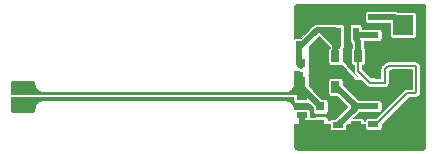
<source format=gbr>
G04 #@! TF.GenerationSoftware,KiCad,Pcbnew,(5.0.1)-3*
G04 #@! TF.CreationDate,2019-06-04T09:49:05+08:00*
G04 #@! TF.ProjectId,test-jig-light-sensor,746573742D6A69672D6C696768742D73,rev?*
G04 #@! TF.SameCoordinates,Original*
G04 #@! TF.FileFunction,Copper,L1,Top,Signal*
G04 #@! TF.FilePolarity,Positive*
%FSLAX46Y46*%
G04 Gerber Fmt 4.6, Leading zero omitted, Abs format (unit mm)*
G04 Created by KiCad (PCBNEW (5.0.1)-3) date 06/04/19 09:49:05*
%MOMM*%
%LPD*%
G01*
G04 APERTURE LIST*
G04 #@! TA.AperFunction,ComponentPad*
%ADD10R,1.700000X1.700000*%
G04 #@! TD*
G04 #@! TA.AperFunction,SMDPad,CuDef*
%ADD11R,0.700000X1.000000*%
G04 #@! TD*
G04 #@! TA.AperFunction,SMDPad,CuDef*
%ADD12R,0.750000X0.800000*%
G04 #@! TD*
G04 #@! TA.AperFunction,SMDPad,CuDef*
%ADD13R,0.900000X0.500000*%
G04 #@! TD*
G04 #@! TA.AperFunction,SMDPad,CuDef*
%ADD14R,0.500000X0.900000*%
G04 #@! TD*
G04 #@! TA.AperFunction,SMDPad,CuDef*
%ADD15R,0.800000X0.800000*%
G04 #@! TD*
G04 #@! TA.AperFunction,ViaPad*
%ADD16C,0.350000*%
G04 #@! TD*
G04 #@! TA.AperFunction,Conductor*
%ADD17C,0.300000*%
G04 #@! TD*
G04 #@! TA.AperFunction,Conductor*
%ADD18C,0.500000*%
G04 #@! TD*
G04 #@! TA.AperFunction,Conductor*
%ADD19C,0.250000*%
G04 #@! TD*
G04 #@! TA.AperFunction,Conductor*
%ADD20C,0.200000*%
G04 #@! TD*
G04 #@! TA.AperFunction,Conductor*
%ADD21C,0.100000*%
G04 #@! TD*
G04 APERTURE END LIST*
D10*
G04 #@! TO.P,J1,1*
G04 #@! TO.N,Net-(J1-Pad1)*
X138000000Y-96600000D03*
G04 #@! TD*
G04 #@! TO.P,J3,1*
G04 #@! TO.N,GND*
X138000000Y-105600000D03*
G04 #@! TD*
G04 #@! TO.P,J2,1*
G04 #@! TO.N,+3V3*
X137950000Y-101200000D03*
G04 #@! TD*
D11*
G04 #@! TO.P,U1,1*
G04 #@! TO.N,/LIGHT_AMP*
X134200000Y-99250000D03*
G04 #@! TO.P,U1,2*
G04 #@! TO.N,GND*
X133250000Y-99250000D03*
G04 #@! TO.P,U1,3*
G04 #@! TO.N,Net-(C2-Pad1)*
X132300000Y-99250000D03*
G04 #@! TO.P,U1,4*
G04 #@! TO.N,Net-(R4-Pad1)*
X132300000Y-101850000D03*
G04 #@! TO.P,U1,5*
G04 #@! TO.N,+3V3*
X134200000Y-101850000D03*
G04 #@! TD*
D12*
G04 #@! TO.P,C3,1*
G04 #@! TO.N,GND*
X135750000Y-100750000D03*
G04 #@! TO.P,C3,2*
G04 #@! TO.N,+3V3*
X135750000Y-102250000D03*
G04 #@! TD*
G04 #@! TO.P,C2,2*
G04 #@! TO.N,/LIGHT_RAW*
X129400000Y-101350000D03*
G04 #@! TO.P,C2,1*
G04 #@! TO.N,Net-(C2-Pad1)*
X129400000Y-99850000D03*
G04 #@! TD*
G04 #@! TO.P,C1,1*
G04 #@! TO.N,/LIGHT_RAW*
X131000000Y-103500000D03*
G04 #@! TO.P,C1,2*
G04 #@! TO.N,GND*
X131000000Y-105000000D03*
G04 #@! TD*
D13*
G04 #@! TO.P,R8,1*
G04 #@! TO.N,/LIGHT_AMP*
X135500000Y-97450000D03*
G04 #@! TO.P,R8,2*
G04 #@! TO.N,Net-(J1-Pad1)*
X135500000Y-95950000D03*
G04 #@! TD*
G04 #@! TO.P,R7,2*
G04 #@! TO.N,/LIGHT_AMP*
X135500000Y-105000000D03*
G04 #@! TO.P,R7,1*
G04 #@! TO.N,Net-(R4-Pad1)*
X135500000Y-103500000D03*
G04 #@! TD*
D14*
G04 #@! TO.P,R6,1*
G04 #@! TO.N,Net-(C2-Pad1)*
X132500000Y-97250000D03*
G04 #@! TO.P,R6,2*
G04 #@! TO.N,/LIGHT_AMP*
X134000000Y-97250000D03*
G04 #@! TD*
D13*
G04 #@! TO.P,R5,2*
G04 #@! TO.N,Net-(R4-Pad1)*
X134000000Y-103500000D03*
G04 #@! TO.P,R5,1*
G04 #@! TO.N,GND*
X134000000Y-105000000D03*
G04 #@! TD*
G04 #@! TO.P,R4,1*
G04 #@! TO.N,Net-(R4-Pad1)*
X132500000Y-105100000D03*
G04 #@! TO.P,R4,2*
G04 #@! TO.N,+3V3*
X132500000Y-103600000D03*
G04 #@! TD*
G04 #@! TO.P,R3,2*
G04 #@! TO.N,Net-(C2-Pad1)*
X131100000Y-97050000D03*
G04 #@! TO.P,R3,1*
G04 #@! TO.N,GND*
X131100000Y-95550000D03*
G04 #@! TD*
D14*
G04 #@! TO.P,R2,1*
G04 #@! TO.N,Net-(C2-Pad1)*
X129250000Y-98400000D03*
G04 #@! TO.P,R2,2*
G04 #@! TO.N,+3V3*
X130750000Y-98400000D03*
G04 #@! TD*
D13*
G04 #@! TO.P,R1,2*
G04 #@! TO.N,/LIGHT_RAW*
X129450000Y-102700000D03*
G04 #@! TO.P,R1,1*
G04 #@! TO.N,GND*
X129450000Y-104200000D03*
G04 #@! TD*
D15*
G04 #@! TO.P,Q1,1*
G04 #@! TO.N,+3V3*
X105400000Y-103400000D03*
G04 #@! TO.P,Q1,2*
G04 #@! TO.N,/LIGHT_RAW*
X105400000Y-101900000D03*
G04 #@! TD*
D16*
G04 #@! TO.N,GND*
X130000000Y-96000000D03*
X135500000Y-98500000D03*
X137000000Y-99500000D03*
X135500000Y-99500000D03*
X130000000Y-106500000D03*
X132000000Y-106500000D03*
X134500000Y-106500000D03*
X138500000Y-99500000D03*
X137000000Y-98500000D03*
X138500000Y-98500000D03*
X139250000Y-103750000D03*
X138250000Y-103750000D03*
X136000000Y-106250000D03*
G04 #@! TO.N,+3V3*
X130600000Y-99600000D03*
X131200000Y-100200000D03*
X130600000Y-100600000D03*
X131000000Y-101400000D03*
X133500000Y-101000000D03*
X136500000Y-103000000D03*
X134750000Y-104250000D03*
X131250000Y-102250000D03*
X106400000Y-103600000D03*
X106400000Y-103000000D03*
G04 #@! TD*
D17*
G04 #@! TO.N,GND*
X132500000Y-95550000D02*
X133250000Y-96300000D01*
X131100000Y-95550000D02*
X132500000Y-95550000D01*
D18*
X133250000Y-99250000D02*
X133250000Y-96489998D01*
X133250000Y-98250000D02*
X133250000Y-99250000D01*
X133250000Y-96489998D02*
X133250000Y-98250000D01*
X132310002Y-95550000D02*
X133250000Y-96489998D01*
X131100000Y-95550000D02*
X132310002Y-95550000D01*
D17*
X134000000Y-105550000D02*
X133849999Y-105700001D01*
X133849999Y-105700001D02*
X131675000Y-105700000D01*
X134000000Y-105000000D02*
X134000000Y-105550000D01*
X131000000Y-105025000D02*
X131000000Y-105000000D01*
X130800000Y-104800000D02*
X131000000Y-105000000D01*
X129450000Y-104800000D02*
X130800000Y-104800000D01*
X131675000Y-105700000D02*
X131000000Y-105025000D01*
D18*
X130125000Y-105000000D02*
X131000000Y-105000000D01*
X129500000Y-105000000D02*
X130125000Y-105000000D01*
X129450000Y-104950000D02*
X129500000Y-105000000D01*
X129450000Y-104200000D02*
X129450000Y-104950000D01*
G04 #@! TO.N,Net-(C2-Pad1)*
X129250000Y-99950000D02*
X129400000Y-100100000D01*
X129250000Y-98500000D02*
X129250000Y-99950000D01*
X130700000Y-97050000D02*
X131100000Y-97050000D01*
X129250000Y-98500000D02*
X130700000Y-97050000D01*
X132300000Y-97050000D02*
X132500000Y-97250000D01*
X132300000Y-98250000D02*
X131100000Y-97050000D01*
X132300000Y-99250000D02*
X132300000Y-98250000D01*
X132500000Y-98400000D02*
X132300000Y-98600000D01*
X132300000Y-98600000D02*
X132300000Y-99250000D01*
X132500000Y-97750000D02*
X131800000Y-97050000D01*
X132500000Y-97800000D02*
X132500000Y-97750000D01*
X131800000Y-97050000D02*
X132300000Y-97050000D01*
X131100000Y-97050000D02*
X131800000Y-97050000D01*
X132500000Y-97800000D02*
X132500000Y-98400000D01*
X132500000Y-97250000D02*
X132500000Y-97800000D01*
G04 #@! TO.N,Net-(R4-Pad1)*
X135500000Y-103500000D02*
X134000000Y-103500000D01*
X132350000Y-101850000D02*
X134000000Y-103500000D01*
X132300000Y-101850000D02*
X132350000Y-101850000D01*
X134000000Y-103600000D02*
X132500000Y-105100000D01*
X134000000Y-103500000D02*
X134000000Y-103600000D01*
G04 #@! TO.N,+3V3*
X134875000Y-102250000D02*
X134500000Y-101875000D01*
X135750000Y-102250000D02*
X134875000Y-102250000D01*
X134225000Y-101875000D02*
X134200000Y-101850000D01*
X134500000Y-101875000D02*
X134225000Y-101875000D01*
X133860037Y-101850000D02*
X134200000Y-101850000D01*
X132199999Y-100899999D02*
X132910036Y-100899999D01*
X130750000Y-98500000D02*
X131200000Y-99900000D01*
X130750000Y-99450000D02*
X131200000Y-99900000D01*
X131200000Y-99900000D02*
X132199999Y-100899999D01*
D19*
X131724990Y-104149991D02*
X131800000Y-104225001D01*
X131724990Y-102864988D02*
X131724990Y-104149991D01*
X131200000Y-102339998D02*
X131724990Y-102864988D01*
X131200000Y-99900000D02*
X131200000Y-101800000D01*
D18*
X132910036Y-100899999D02*
X133860037Y-101850000D01*
X131200000Y-99900000D02*
X130750000Y-99450000D01*
D19*
X131200000Y-101800000D02*
X131200000Y-102339998D01*
D20*
G04 #@! TO.N,/LIGHT_RAW*
X107202434Y-102402434D02*
X106700000Y-101900000D01*
X128622566Y-102402434D02*
X107202434Y-102402434D01*
X129400000Y-101625000D02*
X128622566Y-102402434D01*
X129400000Y-101600000D02*
X129400000Y-101625000D01*
D18*
X106700000Y-101900000D02*
X105400000Y-101900000D01*
X129400000Y-101900000D02*
X131000000Y-103500000D01*
X129400000Y-101350000D02*
X129400000Y-101900000D01*
X129450000Y-101400000D02*
X129400000Y-101350000D01*
X129450000Y-102700000D02*
X129450000Y-101400000D01*
G04 #@! TO.N,Net-(J1-Pad1)*
X137350000Y-95950000D02*
X138000000Y-96600000D01*
X135500000Y-95950000D02*
X137350000Y-95950000D01*
G04 #@! TO.N,/LIGHT_AMP*
X134200000Y-98000000D02*
X134200000Y-98500000D01*
X134000000Y-97800000D02*
X134200000Y-98000000D01*
X134000000Y-97250000D02*
X134000000Y-97800000D01*
X134200000Y-98500000D02*
X134200000Y-99250000D01*
X134200000Y-97450000D02*
X134000000Y-97250000D01*
X135500000Y-97450000D02*
X134200000Y-97450000D01*
D20*
X134200000Y-99950000D02*
X134200000Y-99250000D01*
X139040001Y-100049999D02*
X139100001Y-100109999D01*
X134200000Y-99250000D02*
X134200000Y-100515002D01*
X134200000Y-100515002D02*
X135234997Y-101549999D01*
X135234997Y-101549999D02*
X136450001Y-101549999D01*
X136450001Y-101549999D02*
X136450001Y-100349999D01*
X136450001Y-100349999D02*
X136750001Y-100049999D01*
X136750001Y-100049999D02*
X139040001Y-100049999D01*
X139100001Y-102290001D02*
X139100001Y-100109999D01*
X139040001Y-102350001D02*
X139100001Y-102290001D01*
X138349999Y-102350001D02*
X139040001Y-102350001D01*
X135700000Y-105000000D02*
X138349999Y-102350001D01*
X135500000Y-105000000D02*
X135700000Y-105000000D01*
G04 #@! TD*
D21*
G04 #@! TO.N,+3V3*
G36*
X131800001Y-98457108D02*
X131800001Y-98549555D01*
X131769761Y-98569761D01*
X131714506Y-98652455D01*
X131695103Y-98750000D01*
X131695103Y-99750000D01*
X131714506Y-99847545D01*
X131769761Y-99930239D01*
X131852455Y-99985494D01*
X131950000Y-100004897D01*
X132650000Y-100004897D01*
X132747545Y-99985494D01*
X132775000Y-99967149D01*
X132802455Y-99985494D01*
X132834042Y-99991777D01*
X133963003Y-101233634D01*
X133978690Y-101245232D01*
X133995848Y-101249827D01*
X134480215Y-101290191D01*
X134963139Y-101773116D01*
X134982662Y-101802334D01*
X135011880Y-101821857D01*
X135011882Y-101821859D01*
X135086780Y-101871904D01*
X135098434Y-101879691D01*
X135200529Y-101899999D01*
X135200533Y-101899999D01*
X135234997Y-101906854D01*
X135269461Y-101899999D01*
X136415533Y-101899999D01*
X136450001Y-101906855D01*
X136484468Y-101899999D01*
X136484469Y-101899999D01*
X136586564Y-101879691D01*
X136702336Y-101802334D01*
X136779693Y-101686562D01*
X136806857Y-101549999D01*
X136800001Y-101515531D01*
X136800001Y-100494972D01*
X136894975Y-100399999D01*
X138750002Y-100399999D01*
X138750001Y-102000001D01*
X138384463Y-102000001D01*
X138349999Y-101993146D01*
X138315535Y-102000001D01*
X138315531Y-102000001D01*
X138213436Y-102020309D01*
X138126884Y-102078141D01*
X138126882Y-102078143D01*
X138097664Y-102097666D01*
X138078141Y-102126884D01*
X135709924Y-104495103D01*
X135050000Y-104495103D01*
X134952455Y-104514506D01*
X134869761Y-104569761D01*
X134814506Y-104652455D01*
X134798249Y-104734182D01*
X134701497Y-104732909D01*
X134685494Y-104652455D01*
X134630239Y-104569761D01*
X134547545Y-104514506D01*
X134450000Y-104495103D01*
X133812004Y-104495103D01*
X134302210Y-104004897D01*
X134450000Y-104004897D01*
X134474619Y-104000000D01*
X135025381Y-104000000D01*
X135050000Y-104004897D01*
X135950000Y-104004897D01*
X136047545Y-103985494D01*
X136130239Y-103930239D01*
X136185494Y-103847545D01*
X136204897Y-103750000D01*
X136204897Y-103250000D01*
X136185494Y-103152455D01*
X136130239Y-103069761D01*
X136047545Y-103014506D01*
X135950000Y-102995103D01*
X135050000Y-102995103D01*
X135025381Y-103000000D01*
X134474619Y-103000000D01*
X134450000Y-102995103D01*
X134202210Y-102995103D01*
X132904897Y-101697791D01*
X132904897Y-101350000D01*
X132885494Y-101252455D01*
X132830239Y-101169761D01*
X132747545Y-101114506D01*
X132650000Y-101095103D01*
X131950000Y-101095103D01*
X131852455Y-101114506D01*
X131769761Y-101169761D01*
X131714506Y-101252455D01*
X131695103Y-101350000D01*
X131695103Y-102350000D01*
X131714506Y-102447545D01*
X131769761Y-102530239D01*
X131852455Y-102585494D01*
X131950000Y-102604897D01*
X132397791Y-102604897D01*
X133295103Y-103502210D01*
X133295103Y-103597790D01*
X132297791Y-104595103D01*
X132050000Y-104595103D01*
X131952455Y-104614506D01*
X131869761Y-104669761D01*
X131852613Y-104695424D01*
X131629897Y-104692494D01*
X131629897Y-104600000D01*
X131610494Y-104502455D01*
X131555239Y-104419761D01*
X131472545Y-104364506D01*
X131375000Y-104345103D01*
X130625000Y-104345103D01*
X130527455Y-104364506D01*
X130474335Y-104400000D01*
X130154897Y-104400000D01*
X130154897Y-103950000D01*
X130135494Y-103852455D01*
X130080239Y-103769761D01*
X129997545Y-103714506D01*
X129900000Y-103695103D01*
X129474624Y-103695103D01*
X129450000Y-103690205D01*
X129425376Y-103695103D01*
X129000000Y-103695103D01*
X128902455Y-103714506D01*
X128824696Y-103766463D01*
X128806143Y-103673191D01*
X128780695Y-103545254D01*
X128780695Y-103545252D01*
X128732167Y-103428096D01*
X128623780Y-103265885D01*
X128562791Y-103204897D01*
X128534114Y-103176220D01*
X128371904Y-103067833D01*
X128254748Y-103019305D01*
X128254746Y-103019305D01*
X128105119Y-102989542D01*
X128032009Y-102975000D01*
X107567991Y-102975000D01*
X107491551Y-102990205D01*
X107345254Y-103019305D01*
X107345252Y-103019305D01*
X107228096Y-103067833D01*
X107065885Y-103176220D01*
X107006108Y-103235998D01*
X106976220Y-103265886D01*
X106867833Y-103428096D01*
X106819305Y-103545252D01*
X106819305Y-103545254D01*
X106781245Y-103736595D01*
X106781245Y-103736596D01*
X106755797Y-103864532D01*
X106719241Y-103919241D01*
X106664531Y-103955798D01*
X106567992Y-103975000D01*
X105032008Y-103975000D01*
X104935468Y-103955797D01*
X104880759Y-103919241D01*
X104844202Y-103864531D01*
X104825000Y-103767991D01*
X104825000Y-102750000D01*
X107155729Y-102750000D01*
X107167966Y-102752434D01*
X107167970Y-102752434D01*
X107202434Y-102759289D01*
X107236898Y-102752434D01*
X128588102Y-102752434D01*
X128622566Y-102759289D01*
X128657030Y-102752434D01*
X128657034Y-102752434D01*
X128669271Y-102750000D01*
X128745103Y-102750000D01*
X128745103Y-102950000D01*
X128764506Y-103047545D01*
X128819761Y-103130239D01*
X128902455Y-103185494D01*
X129000000Y-103204897D01*
X129425376Y-103204897D01*
X129450000Y-103209795D01*
X129474624Y-103204897D01*
X129900000Y-103204897D01*
X129981566Y-103188672D01*
X130370103Y-103577210D01*
X130370103Y-103900000D01*
X130389506Y-103997545D01*
X130444761Y-104080239D01*
X130527455Y-104135494D01*
X130625000Y-104154897D01*
X131375000Y-104154897D01*
X131472545Y-104135494D01*
X131555239Y-104080239D01*
X131610494Y-103997545D01*
X131629897Y-103900000D01*
X131629897Y-103100000D01*
X131610494Y-103002455D01*
X131555239Y-102919761D01*
X131472545Y-102864506D01*
X131375000Y-102845103D01*
X131052210Y-102845103D01*
X130017820Y-101810714D01*
X130029897Y-101750000D01*
X130029897Y-100950000D01*
X130010494Y-100852455D01*
X130007808Y-100848435D01*
X130018777Y-100846340D01*
X130035081Y-100835627D01*
X130046045Y-100819490D01*
X130050000Y-100800000D01*
X130050000Y-98407106D01*
X130900000Y-97557107D01*
X131800001Y-98457108D01*
X131800001Y-98457108D01*
G37*
X131800001Y-98457108D02*
X131800001Y-98549555D01*
X131769761Y-98569761D01*
X131714506Y-98652455D01*
X131695103Y-98750000D01*
X131695103Y-99750000D01*
X131714506Y-99847545D01*
X131769761Y-99930239D01*
X131852455Y-99985494D01*
X131950000Y-100004897D01*
X132650000Y-100004897D01*
X132747545Y-99985494D01*
X132775000Y-99967149D01*
X132802455Y-99985494D01*
X132834042Y-99991777D01*
X133963003Y-101233634D01*
X133978690Y-101245232D01*
X133995848Y-101249827D01*
X134480215Y-101290191D01*
X134963139Y-101773116D01*
X134982662Y-101802334D01*
X135011880Y-101821857D01*
X135011882Y-101821859D01*
X135086780Y-101871904D01*
X135098434Y-101879691D01*
X135200529Y-101899999D01*
X135200533Y-101899999D01*
X135234997Y-101906854D01*
X135269461Y-101899999D01*
X136415533Y-101899999D01*
X136450001Y-101906855D01*
X136484468Y-101899999D01*
X136484469Y-101899999D01*
X136586564Y-101879691D01*
X136702336Y-101802334D01*
X136779693Y-101686562D01*
X136806857Y-101549999D01*
X136800001Y-101515531D01*
X136800001Y-100494972D01*
X136894975Y-100399999D01*
X138750002Y-100399999D01*
X138750001Y-102000001D01*
X138384463Y-102000001D01*
X138349999Y-101993146D01*
X138315535Y-102000001D01*
X138315531Y-102000001D01*
X138213436Y-102020309D01*
X138126884Y-102078141D01*
X138126882Y-102078143D01*
X138097664Y-102097666D01*
X138078141Y-102126884D01*
X135709924Y-104495103D01*
X135050000Y-104495103D01*
X134952455Y-104514506D01*
X134869761Y-104569761D01*
X134814506Y-104652455D01*
X134798249Y-104734182D01*
X134701497Y-104732909D01*
X134685494Y-104652455D01*
X134630239Y-104569761D01*
X134547545Y-104514506D01*
X134450000Y-104495103D01*
X133812004Y-104495103D01*
X134302210Y-104004897D01*
X134450000Y-104004897D01*
X134474619Y-104000000D01*
X135025381Y-104000000D01*
X135050000Y-104004897D01*
X135950000Y-104004897D01*
X136047545Y-103985494D01*
X136130239Y-103930239D01*
X136185494Y-103847545D01*
X136204897Y-103750000D01*
X136204897Y-103250000D01*
X136185494Y-103152455D01*
X136130239Y-103069761D01*
X136047545Y-103014506D01*
X135950000Y-102995103D01*
X135050000Y-102995103D01*
X135025381Y-103000000D01*
X134474619Y-103000000D01*
X134450000Y-102995103D01*
X134202210Y-102995103D01*
X132904897Y-101697791D01*
X132904897Y-101350000D01*
X132885494Y-101252455D01*
X132830239Y-101169761D01*
X132747545Y-101114506D01*
X132650000Y-101095103D01*
X131950000Y-101095103D01*
X131852455Y-101114506D01*
X131769761Y-101169761D01*
X131714506Y-101252455D01*
X131695103Y-101350000D01*
X131695103Y-102350000D01*
X131714506Y-102447545D01*
X131769761Y-102530239D01*
X131852455Y-102585494D01*
X131950000Y-102604897D01*
X132397791Y-102604897D01*
X133295103Y-103502210D01*
X133295103Y-103597790D01*
X132297791Y-104595103D01*
X132050000Y-104595103D01*
X131952455Y-104614506D01*
X131869761Y-104669761D01*
X131852613Y-104695424D01*
X131629897Y-104692494D01*
X131629897Y-104600000D01*
X131610494Y-104502455D01*
X131555239Y-104419761D01*
X131472545Y-104364506D01*
X131375000Y-104345103D01*
X130625000Y-104345103D01*
X130527455Y-104364506D01*
X130474335Y-104400000D01*
X130154897Y-104400000D01*
X130154897Y-103950000D01*
X130135494Y-103852455D01*
X130080239Y-103769761D01*
X129997545Y-103714506D01*
X129900000Y-103695103D01*
X129474624Y-103695103D01*
X129450000Y-103690205D01*
X129425376Y-103695103D01*
X129000000Y-103695103D01*
X128902455Y-103714506D01*
X128824696Y-103766463D01*
X128806143Y-103673191D01*
X128780695Y-103545254D01*
X128780695Y-103545252D01*
X128732167Y-103428096D01*
X128623780Y-103265885D01*
X128562791Y-103204897D01*
X128534114Y-103176220D01*
X128371904Y-103067833D01*
X128254748Y-103019305D01*
X128254746Y-103019305D01*
X128105119Y-102989542D01*
X128032009Y-102975000D01*
X107567991Y-102975000D01*
X107491551Y-102990205D01*
X107345254Y-103019305D01*
X107345252Y-103019305D01*
X107228096Y-103067833D01*
X107065885Y-103176220D01*
X107006108Y-103235998D01*
X106976220Y-103265886D01*
X106867833Y-103428096D01*
X106819305Y-103545252D01*
X106819305Y-103545254D01*
X106781245Y-103736595D01*
X106781245Y-103736596D01*
X106755797Y-103864532D01*
X106719241Y-103919241D01*
X106664531Y-103955798D01*
X106567992Y-103975000D01*
X105032008Y-103975000D01*
X104935468Y-103955797D01*
X104880759Y-103919241D01*
X104844202Y-103864531D01*
X104825000Y-103767991D01*
X104825000Y-102750000D01*
X107155729Y-102750000D01*
X107167966Y-102752434D01*
X107167970Y-102752434D01*
X107202434Y-102759289D01*
X107236898Y-102752434D01*
X128588102Y-102752434D01*
X128622566Y-102759289D01*
X128657030Y-102752434D01*
X128657034Y-102752434D01*
X128669271Y-102750000D01*
X128745103Y-102750000D01*
X128745103Y-102950000D01*
X128764506Y-103047545D01*
X128819761Y-103130239D01*
X128902455Y-103185494D01*
X129000000Y-103204897D01*
X129425376Y-103204897D01*
X129450000Y-103209795D01*
X129474624Y-103204897D01*
X129900000Y-103204897D01*
X129981566Y-103188672D01*
X130370103Y-103577210D01*
X130370103Y-103900000D01*
X130389506Y-103997545D01*
X130444761Y-104080239D01*
X130527455Y-104135494D01*
X130625000Y-104154897D01*
X131375000Y-104154897D01*
X131472545Y-104135494D01*
X131555239Y-104080239D01*
X131610494Y-103997545D01*
X131629897Y-103900000D01*
X131629897Y-103100000D01*
X131610494Y-103002455D01*
X131555239Y-102919761D01*
X131472545Y-102864506D01*
X131375000Y-102845103D01*
X131052210Y-102845103D01*
X130017820Y-101810714D01*
X130029897Y-101750000D01*
X130029897Y-100950000D01*
X130010494Y-100852455D01*
X130007808Y-100848435D01*
X130018777Y-100846340D01*
X130035081Y-100835627D01*
X130046045Y-100819490D01*
X130050000Y-100800000D01*
X130050000Y-98407106D01*
X130900000Y-97557107D01*
X131800001Y-98457108D01*
G04 #@! TO.N,GND*
G36*
X139764531Y-94844202D02*
X139819241Y-94880759D01*
X139855797Y-94935468D01*
X139875001Y-95032013D01*
X139875000Y-106967992D01*
X139855797Y-107064532D01*
X139819241Y-107119241D01*
X139764531Y-107155798D01*
X139667992Y-107175000D01*
X129032008Y-107175000D01*
X128935468Y-107155797D01*
X128880759Y-107119241D01*
X128844202Y-107064531D01*
X128825000Y-106967992D01*
X128825000Y-104955613D01*
X131795103Y-104994694D01*
X131795103Y-105350000D01*
X131814506Y-105447545D01*
X131869761Y-105530239D01*
X131952455Y-105585494D01*
X132050000Y-105604897D01*
X132475377Y-105604897D01*
X132500000Y-105609795D01*
X132524623Y-105604897D01*
X132950000Y-105604897D01*
X133047545Y-105585494D01*
X133130239Y-105530239D01*
X133185494Y-105447545D01*
X133204897Y-105350000D01*
X133204897Y-105102209D01*
X133292707Y-105014399D01*
X134795103Y-105034167D01*
X134795103Y-105250000D01*
X134814506Y-105347545D01*
X134869761Y-105430239D01*
X134952455Y-105485494D01*
X135050000Y-105504897D01*
X135950000Y-105504897D01*
X136047545Y-105485494D01*
X136130239Y-105430239D01*
X136185494Y-105347545D01*
X136204897Y-105250000D01*
X136204897Y-104990076D01*
X138494974Y-102700001D01*
X139005537Y-102700001D01*
X139040001Y-102706856D01*
X139074465Y-102700001D01*
X139074469Y-102700001D01*
X139176564Y-102679693D01*
X139233279Y-102641797D01*
X139316189Y-102621360D01*
X139392055Y-102560046D01*
X139438683Y-102474367D01*
X139448973Y-102377366D01*
X139445995Y-102344608D01*
X139450001Y-102324469D01*
X139450001Y-102324465D01*
X139456856Y-102290001D01*
X139450001Y-102255537D01*
X139450001Y-100144463D01*
X139456856Y-100109999D01*
X139450001Y-100075535D01*
X139450001Y-100075531D01*
X139429693Y-99973436D01*
X139352336Y-99857664D01*
X139323114Y-99838138D01*
X139311862Y-99826887D01*
X139292336Y-99797664D01*
X139176564Y-99720307D01*
X139074469Y-99699999D01*
X139074465Y-99699999D01*
X139040001Y-99693144D01*
X139005537Y-99699999D01*
X136784464Y-99699999D01*
X136750000Y-99693144D01*
X136715536Y-99699999D01*
X136715533Y-99699999D01*
X136613438Y-99720307D01*
X136497666Y-99797664D01*
X136478141Y-99826885D01*
X136343860Y-99961167D01*
X136304329Y-99969030D01*
X136223223Y-100023223D01*
X136169030Y-100104329D01*
X136158779Y-100155863D01*
X136120309Y-100213437D01*
X136093146Y-100349999D01*
X136100002Y-100384467D01*
X136100001Y-101124134D01*
X135231753Y-101051780D01*
X134550000Y-100370029D01*
X134550000Y-100004897D01*
X134647545Y-99985494D01*
X134730239Y-99930239D01*
X134785494Y-99847545D01*
X134804897Y-99750000D01*
X134804897Y-98750000D01*
X134785494Y-98652455D01*
X134730239Y-98569761D01*
X134700000Y-98549556D01*
X134700000Y-98049243D01*
X134709795Y-98000000D01*
X134699849Y-97950000D01*
X135025381Y-97950000D01*
X135050000Y-97954897D01*
X135950000Y-97954897D01*
X136047545Y-97935494D01*
X136130239Y-97880239D01*
X136185494Y-97797545D01*
X136204897Y-97700000D01*
X136204897Y-97200000D01*
X136185494Y-97102455D01*
X136130239Y-97019761D01*
X136047545Y-96964506D01*
X135950000Y-96945103D01*
X135050000Y-96945103D01*
X135025381Y-96950000D01*
X134504897Y-96950000D01*
X134504897Y-96800000D01*
X134485494Y-96702455D01*
X134430239Y-96619761D01*
X134347545Y-96564506D01*
X134250000Y-96545103D01*
X133750000Y-96545103D01*
X133652455Y-96564506D01*
X133569761Y-96619761D01*
X133514506Y-96702455D01*
X133495103Y-96800000D01*
X133495103Y-97225377D01*
X133490205Y-97250000D01*
X133495103Y-97274623D01*
X133495103Y-97700000D01*
X133500001Y-97724623D01*
X133500001Y-97750754D01*
X133490205Y-97800000D01*
X133520194Y-97950758D01*
X133529012Y-97995090D01*
X133639521Y-98160480D01*
X133681269Y-98188375D01*
X133700000Y-98207106D01*
X133700001Y-98450754D01*
X133700000Y-98450758D01*
X133700000Y-98549556D01*
X133669761Y-98569761D01*
X133614506Y-98652455D01*
X133595103Y-98750000D01*
X133595103Y-99750000D01*
X133614506Y-99847545D01*
X133669761Y-99930239D01*
X133752455Y-99985494D01*
X133850000Y-100004897D01*
X133850001Y-100004897D01*
X133850001Y-100480534D01*
X133843145Y-100515002D01*
X133870308Y-100651564D01*
X133907252Y-100706854D01*
X133947666Y-100767337D01*
X133976887Y-100786862D01*
X134151809Y-100961784D01*
X134118805Y-100959034D01*
X132904897Y-99623735D01*
X132904897Y-98750000D01*
X132896314Y-98706850D01*
X132970989Y-98595090D01*
X133000000Y-98449243D01*
X133009795Y-98400000D01*
X133000000Y-98350757D01*
X133000000Y-97799240D01*
X133009795Y-97749999D01*
X133002373Y-97712688D01*
X133004897Y-97700000D01*
X133004897Y-97274624D01*
X133009795Y-97250000D01*
X133004897Y-97225376D01*
X133004897Y-96800000D01*
X132985494Y-96702455D01*
X132930239Y-96619761D01*
X132847545Y-96564506D01*
X132750000Y-96545103D01*
X132324623Y-96545103D01*
X132300000Y-96540205D01*
X132275377Y-96545103D01*
X132250000Y-96545103D01*
X132225381Y-96550000D01*
X131849241Y-96550000D01*
X131800000Y-96540205D01*
X131750759Y-96550000D01*
X131574619Y-96550000D01*
X131550000Y-96545103D01*
X131124623Y-96545103D01*
X131100000Y-96540205D01*
X131075377Y-96545103D01*
X130724624Y-96545103D01*
X130700000Y-96540205D01*
X130675376Y-96545103D01*
X130650000Y-96545103D01*
X130552455Y-96564506D01*
X130541699Y-96571693D01*
X130504910Y-96579011D01*
X130339520Y-96689520D01*
X130311625Y-96731268D01*
X129347791Y-97695103D01*
X129000000Y-97695103D01*
X128902455Y-97714506D01*
X128825000Y-97766260D01*
X128825000Y-95700000D01*
X134795103Y-95700000D01*
X134795103Y-96200000D01*
X134814506Y-96297545D01*
X134869761Y-96380239D01*
X134952455Y-96435494D01*
X135050000Y-96454897D01*
X135950000Y-96454897D01*
X135974619Y-96450000D01*
X136895103Y-96450000D01*
X136895103Y-97450000D01*
X136914506Y-97547545D01*
X136969761Y-97630239D01*
X137052455Y-97685494D01*
X137150000Y-97704897D01*
X138850000Y-97704897D01*
X138947545Y-97685494D01*
X139030239Y-97630239D01*
X139085494Y-97547545D01*
X139104897Y-97450000D01*
X139104897Y-95750000D01*
X139085494Y-95652455D01*
X139030239Y-95569761D01*
X138947545Y-95514506D01*
X138850000Y-95495103D01*
X137569174Y-95495103D01*
X137545090Y-95479011D01*
X137399243Y-95450000D01*
X137399241Y-95450000D01*
X137350000Y-95440205D01*
X137300759Y-95450000D01*
X135974619Y-95450000D01*
X135950000Y-95445103D01*
X135050000Y-95445103D01*
X134952455Y-95464506D01*
X134869761Y-95519761D01*
X134814506Y-95602455D01*
X134795103Y-95700000D01*
X128825000Y-95700000D01*
X128825000Y-95032008D01*
X128844202Y-94935469D01*
X128880759Y-94880759D01*
X128935468Y-94844203D01*
X129032008Y-94825000D01*
X139667992Y-94825000D01*
X139764531Y-94844202D01*
X139764531Y-94844202D01*
G37*
X139764531Y-94844202D02*
X139819241Y-94880759D01*
X139855797Y-94935468D01*
X139875001Y-95032013D01*
X139875000Y-106967992D01*
X139855797Y-107064532D01*
X139819241Y-107119241D01*
X139764531Y-107155798D01*
X139667992Y-107175000D01*
X129032008Y-107175000D01*
X128935468Y-107155797D01*
X128880759Y-107119241D01*
X128844202Y-107064531D01*
X128825000Y-106967992D01*
X128825000Y-104955613D01*
X131795103Y-104994694D01*
X131795103Y-105350000D01*
X131814506Y-105447545D01*
X131869761Y-105530239D01*
X131952455Y-105585494D01*
X132050000Y-105604897D01*
X132475377Y-105604897D01*
X132500000Y-105609795D01*
X132524623Y-105604897D01*
X132950000Y-105604897D01*
X133047545Y-105585494D01*
X133130239Y-105530239D01*
X133185494Y-105447545D01*
X133204897Y-105350000D01*
X133204897Y-105102209D01*
X133292707Y-105014399D01*
X134795103Y-105034167D01*
X134795103Y-105250000D01*
X134814506Y-105347545D01*
X134869761Y-105430239D01*
X134952455Y-105485494D01*
X135050000Y-105504897D01*
X135950000Y-105504897D01*
X136047545Y-105485494D01*
X136130239Y-105430239D01*
X136185494Y-105347545D01*
X136204897Y-105250000D01*
X136204897Y-104990076D01*
X138494974Y-102700001D01*
X139005537Y-102700001D01*
X139040001Y-102706856D01*
X139074465Y-102700001D01*
X139074469Y-102700001D01*
X139176564Y-102679693D01*
X139233279Y-102641797D01*
X139316189Y-102621360D01*
X139392055Y-102560046D01*
X139438683Y-102474367D01*
X139448973Y-102377366D01*
X139445995Y-102344608D01*
X139450001Y-102324469D01*
X139450001Y-102324465D01*
X139456856Y-102290001D01*
X139450001Y-102255537D01*
X139450001Y-100144463D01*
X139456856Y-100109999D01*
X139450001Y-100075535D01*
X139450001Y-100075531D01*
X139429693Y-99973436D01*
X139352336Y-99857664D01*
X139323114Y-99838138D01*
X139311862Y-99826887D01*
X139292336Y-99797664D01*
X139176564Y-99720307D01*
X139074469Y-99699999D01*
X139074465Y-99699999D01*
X139040001Y-99693144D01*
X139005537Y-99699999D01*
X136784464Y-99699999D01*
X136750000Y-99693144D01*
X136715536Y-99699999D01*
X136715533Y-99699999D01*
X136613438Y-99720307D01*
X136497666Y-99797664D01*
X136478141Y-99826885D01*
X136343860Y-99961167D01*
X136304329Y-99969030D01*
X136223223Y-100023223D01*
X136169030Y-100104329D01*
X136158779Y-100155863D01*
X136120309Y-100213437D01*
X136093146Y-100349999D01*
X136100002Y-100384467D01*
X136100001Y-101124134D01*
X135231753Y-101051780D01*
X134550000Y-100370029D01*
X134550000Y-100004897D01*
X134647545Y-99985494D01*
X134730239Y-99930239D01*
X134785494Y-99847545D01*
X134804897Y-99750000D01*
X134804897Y-98750000D01*
X134785494Y-98652455D01*
X134730239Y-98569761D01*
X134700000Y-98549556D01*
X134700000Y-98049243D01*
X134709795Y-98000000D01*
X134699849Y-97950000D01*
X135025381Y-97950000D01*
X135050000Y-97954897D01*
X135950000Y-97954897D01*
X136047545Y-97935494D01*
X136130239Y-97880239D01*
X136185494Y-97797545D01*
X136204897Y-97700000D01*
X136204897Y-97200000D01*
X136185494Y-97102455D01*
X136130239Y-97019761D01*
X136047545Y-96964506D01*
X135950000Y-96945103D01*
X135050000Y-96945103D01*
X135025381Y-96950000D01*
X134504897Y-96950000D01*
X134504897Y-96800000D01*
X134485494Y-96702455D01*
X134430239Y-96619761D01*
X134347545Y-96564506D01*
X134250000Y-96545103D01*
X133750000Y-96545103D01*
X133652455Y-96564506D01*
X133569761Y-96619761D01*
X133514506Y-96702455D01*
X133495103Y-96800000D01*
X133495103Y-97225377D01*
X133490205Y-97250000D01*
X133495103Y-97274623D01*
X133495103Y-97700000D01*
X133500001Y-97724623D01*
X133500001Y-97750754D01*
X133490205Y-97800000D01*
X133520194Y-97950758D01*
X133529012Y-97995090D01*
X133639521Y-98160480D01*
X133681269Y-98188375D01*
X133700000Y-98207106D01*
X133700001Y-98450754D01*
X133700000Y-98450758D01*
X133700000Y-98549556D01*
X133669761Y-98569761D01*
X133614506Y-98652455D01*
X133595103Y-98750000D01*
X133595103Y-99750000D01*
X133614506Y-99847545D01*
X133669761Y-99930239D01*
X133752455Y-99985494D01*
X133850000Y-100004897D01*
X133850001Y-100004897D01*
X133850001Y-100480534D01*
X133843145Y-100515002D01*
X133870308Y-100651564D01*
X133907252Y-100706854D01*
X133947666Y-100767337D01*
X133976887Y-100786862D01*
X134151809Y-100961784D01*
X134118805Y-100959034D01*
X132904897Y-99623735D01*
X132904897Y-98750000D01*
X132896314Y-98706850D01*
X132970989Y-98595090D01*
X133000000Y-98449243D01*
X133009795Y-98400000D01*
X133000000Y-98350757D01*
X133000000Y-97799240D01*
X133009795Y-97749999D01*
X133002373Y-97712688D01*
X133004897Y-97700000D01*
X133004897Y-97274624D01*
X133009795Y-97250000D01*
X133004897Y-97225376D01*
X133004897Y-96800000D01*
X132985494Y-96702455D01*
X132930239Y-96619761D01*
X132847545Y-96564506D01*
X132750000Y-96545103D01*
X132324623Y-96545103D01*
X132300000Y-96540205D01*
X132275377Y-96545103D01*
X132250000Y-96545103D01*
X132225381Y-96550000D01*
X131849241Y-96550000D01*
X131800000Y-96540205D01*
X131750759Y-96550000D01*
X131574619Y-96550000D01*
X131550000Y-96545103D01*
X131124623Y-96545103D01*
X131100000Y-96540205D01*
X131075377Y-96545103D01*
X130724624Y-96545103D01*
X130700000Y-96540205D01*
X130675376Y-96545103D01*
X130650000Y-96545103D01*
X130552455Y-96564506D01*
X130541699Y-96571693D01*
X130504910Y-96579011D01*
X130339520Y-96689520D01*
X130311625Y-96731268D01*
X129347791Y-97695103D01*
X129000000Y-97695103D01*
X128902455Y-97714506D01*
X128825000Y-97766260D01*
X128825000Y-95700000D01*
X134795103Y-95700000D01*
X134795103Y-96200000D01*
X134814506Y-96297545D01*
X134869761Y-96380239D01*
X134952455Y-96435494D01*
X135050000Y-96454897D01*
X135950000Y-96454897D01*
X135974619Y-96450000D01*
X136895103Y-96450000D01*
X136895103Y-97450000D01*
X136914506Y-97547545D01*
X136969761Y-97630239D01*
X137052455Y-97685494D01*
X137150000Y-97704897D01*
X138850000Y-97704897D01*
X138947545Y-97685494D01*
X139030239Y-97630239D01*
X139085494Y-97547545D01*
X139104897Y-97450000D01*
X139104897Y-95750000D01*
X139085494Y-95652455D01*
X139030239Y-95569761D01*
X138947545Y-95514506D01*
X138850000Y-95495103D01*
X137569174Y-95495103D01*
X137545090Y-95479011D01*
X137399243Y-95450000D01*
X137399241Y-95450000D01*
X137350000Y-95440205D01*
X137300759Y-95450000D01*
X135974619Y-95450000D01*
X135950000Y-95445103D01*
X135050000Y-95445103D01*
X134952455Y-95464506D01*
X134869761Y-95519761D01*
X134814506Y-95602455D01*
X134795103Y-95700000D01*
X128825000Y-95700000D01*
X128825000Y-95032008D01*
X128844202Y-94935469D01*
X128880759Y-94880759D01*
X128935468Y-94844203D01*
X129032008Y-94825000D01*
X139667992Y-94825000D01*
X139764531Y-94844202D01*
G04 #@! TO.N,/LIGHT_RAW*
G36*
X129204910Y-100570988D02*
X129399999Y-100609795D01*
X129450000Y-100599849D01*
X129450000Y-102450000D01*
X104825000Y-102450000D01*
X104825000Y-101532008D01*
X104844202Y-101435469D01*
X104880759Y-101380759D01*
X104935468Y-101344203D01*
X105032008Y-101325000D01*
X106567992Y-101325000D01*
X106664531Y-101344202D01*
X106719241Y-101380759D01*
X106755797Y-101435468D01*
X106781245Y-101563403D01*
X106781245Y-101563404D01*
X106819305Y-101754746D01*
X106819305Y-101754748D01*
X106867833Y-101871904D01*
X106976220Y-102034114D01*
X107005510Y-102063404D01*
X107065885Y-102123780D01*
X107228096Y-102232167D01*
X107345252Y-102280695D01*
X107345254Y-102280695D01*
X107473191Y-102306143D01*
X107567991Y-102325000D01*
X128032009Y-102325000D01*
X128126809Y-102306143D01*
X128254746Y-102280695D01*
X128254748Y-102280695D01*
X128371904Y-102232167D01*
X128534114Y-102123780D01*
X128564002Y-102093892D01*
X128623780Y-102034115D01*
X128732167Y-101871904D01*
X128780695Y-101754748D01*
X128780695Y-101754746D01*
X128814792Y-101583326D01*
X128825000Y-101532009D01*
X128825000Y-100550000D01*
X129173499Y-100550000D01*
X129204910Y-100570988D01*
X129204910Y-100570988D01*
G37*
X129204910Y-100570988D02*
X129399999Y-100609795D01*
X129450000Y-100599849D01*
X129450000Y-102450000D01*
X104825000Y-102450000D01*
X104825000Y-101532008D01*
X104844202Y-101435469D01*
X104880759Y-101380759D01*
X104935468Y-101344203D01*
X105032008Y-101325000D01*
X106567992Y-101325000D01*
X106664531Y-101344202D01*
X106719241Y-101380759D01*
X106755797Y-101435468D01*
X106781245Y-101563403D01*
X106781245Y-101563404D01*
X106819305Y-101754746D01*
X106819305Y-101754748D01*
X106867833Y-101871904D01*
X106976220Y-102034114D01*
X107005510Y-102063404D01*
X107065885Y-102123780D01*
X107228096Y-102232167D01*
X107345252Y-102280695D01*
X107345254Y-102280695D01*
X107473191Y-102306143D01*
X107567991Y-102325000D01*
X128032009Y-102325000D01*
X128126809Y-102306143D01*
X128254746Y-102280695D01*
X128254748Y-102280695D01*
X128371904Y-102232167D01*
X128534114Y-102123780D01*
X128564002Y-102093892D01*
X128623780Y-102034115D01*
X128732167Y-101871904D01*
X128780695Y-101754748D01*
X128780695Y-101754746D01*
X128814792Y-101583326D01*
X128825000Y-101532009D01*
X128825000Y-100550000D01*
X129173499Y-100550000D01*
X129204910Y-100570988D01*
G04 #@! TD*
M02*

</source>
